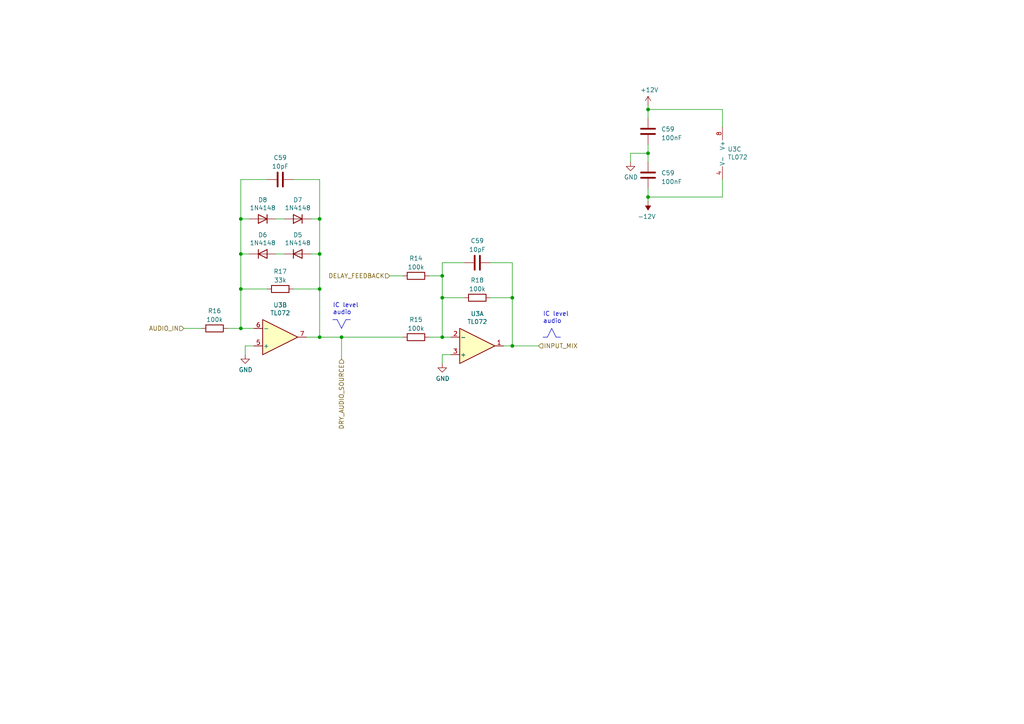
<source format=kicad_sch>
(kicad_sch (version 20230121) (generator eeschema)
  (paper "A4")
  (title_block (date "2022-03-04") (rev "v05") (comment 2 "creativecommons.org/licenses/by/4.0/") (comment 3 "License: CC BY 4.0") (comment 4 "Author: Guy John"))
  (lib_symbols
    (symbol "Amplifier_Operational:TL072" (pin_names (offset 0.127))
      (property "Reference" "U" (at 0 5.08 0))
      (property "Value" "TL072" (at 0 -5.08 0))
      (symbol "TL072_1_1"
        (polyline (pts (xy -5.08 5.08) (xy 5.08 0) (xy -5.08 -5.08) (xy -5.08 5.08)) (stroke (width 0.254)) (fill (type background)))
        (pin output line (at 7.62 0 180) (length 2.54) (name "~") (number "1"))
        (pin input line (at -7.62 -2.54 0) (length 2.54) (name "-") (number "2"))
        (pin input line (at -7.62 2.54 0) (length 2.54) (name "+") (number "3"))
      )
      (symbol "TL072_2_1"
        (polyline (pts (xy -5.08 5.08) (xy 5.08 0) (xy -5.08 -5.08) (xy -5.08 5.08)) (stroke (width 0.254)) (fill (type background)))
        (pin input line (at -7.62 2.54 0) (length 2.54) (name "+") (number "5"))
        (pin input line (at -7.62 -2.54 0) (length 2.54) (name "-") (number "6"))
        (pin output line (at 7.62 0 180) (length 2.54) (name "~") (number "7"))
      )
      (symbol "TL072_3_1"
        (pin power_in line (at -2.54 -7.62 90) (length 3.81) (name "V-") (number "4"))
        (pin power_in line (at -2.54 7.62 270) (length 3.81) (name "V+") (number "8"))
      )
    )
    (symbol "Device:D" (pin_numbers hide) (pin_names (offset 1.016) hide)
      (property "Reference" "D" (at 0 2.54 0))
      (property "Value" "D" (at 0 -2.54 0))
      (symbol "D_0_1"
        (polyline (pts (xy -1.27 1.27) (xy -1.27 -1.27)) (stroke (width 0.254)))
        (polyline (pts (xy 1.27 0) (xy -1.27 0)))
        (polyline (pts (xy 1.27 1.27) (xy 1.27 -1.27) (xy -1.27 0) (xy 1.27 1.27)) (stroke (width 0.254)))
      )
      (symbol "D_1_1"
        (pin passive line (at -3.81 0 0) (length 2.54) (name "K") (number "1"))
        (pin passive line (at 3.81 0 180) (length 2.54) (name "A") (number "2"))
      )
    )
    (symbol "Rumblesan Standard Parts:C" (pin_numbers hide) (pin_names (offset 0.254) hide)
      (property "Reference" "C?" (at -6.35 0 90))
      (property "Value" "C" (at -3.81 0 90))
      (symbol "C_0_1"
        (polyline (pts (xy -2.032 -0.762) (xy 2.032 -0.762)) (stroke (width 0.508)))
        (polyline (pts (xy -2.032 0.762) (xy 2.032 0.762)) (stroke (width 0.508)))
      )
      (symbol "C_1_1"
        (pin passive line (at 0 3.81 270) (length 2.794) (name "~") (number "1"))
        (pin passive line (at 0 -3.81 90) (length 2.794) (name "~") (number "2"))
      )
    )
    (symbol "Rumblesan Standard Parts:R" (pin_numbers hide) (pin_names (offset 0))
      (property "Reference" "R?" (at -5.08 0 90))
      (property "Value" "R" (at -2.54 0 90))
      (symbol "R_0_1"
        (rectangle (start 1.016 2.54) (end -1.016 -2.54) (stroke (width 0.254)))
      )
      (symbol "R_1_1"
        (pin passive line (at 0 -3.81 90) (length 1.27) (name "~") (number "1"))
        (pin passive line (at 0 3.81 270) (length 1.27) (name "~") (number "2"))
      )
    )
    (symbol "power:+12V" (power) (pin_names (offset 0))
      (property "Value" "+12V" (at 0 3.556 0))
      (symbol "+12V_0_1"
        (polyline (pts (xy -0.762 1.27) (xy 0 2.54)))
        (polyline (pts (xy 0 0) (xy 0 2.54)))
        (polyline (pts (xy 0 2.54) (xy 0.762 1.27)))
      )
      (symbol "+12V_1_1"
        (pin power_in line (at 0 0 90) (length 0) hide (name "+12V") (number "1"))
      )
    )
    (symbol "power:-12V" (power) (pin_names (offset 0))
      (property "Value" "-12V" (at 0 3.81 0))
      (symbol "-12V_0_0"
        (pin power_in line (at 0 0 90) (length 0) hide (name "-12V") (number "1"))
      )
      (symbol "-12V_0_1"
        (polyline (pts (xy 0 0) (xy 0 1.27) (xy 0.762 1.27) (xy 0 2.54) (xy -0.762 1.27) (xy 0 1.27)) (fill (type outline)))
      )
    )
    (symbol "power:GND" (power) (pin_names (offset 0))
      (property "Value" "GND" (at 0 -3.81 0))
      (symbol "GND_0_1"
        (polyline (pts (xy 0 0) (xy 0 -1.27) (xy 1.27 -1.27) (xy 0 -2.54) (xy -1.27 -1.27) (xy 0 -1.27)))
      )
      (symbol "GND_1_1"
        (pin power_in line (at 0 0 270) (length 0) hide (name "GND") (number "1"))
      )
    )
  )
  (junction (at 187.96 57.15))
  (junction (at 99.06 97.79))
  (junction (at 128.27 97.79))
  (junction (at 148.59 100.33))
  (junction (at 69.85 73.66))
  (junction (at 92.71 73.66))
  (junction (at 92.71 97.79))
  (junction (at 92.71 63.5))
  (junction (at 92.71 83.82))
  (junction (at 69.85 95.25))
  (junction (at 187.96 31.75))
  (junction (at 69.85 83.82))
  (junction (at 148.59 86.36))
  (junction (at 128.27 86.36))
  (junction (at 69.85 63.5))
  (junction (at 128.27 80.01))
  (junction (at 187.96 44.45))
  (wire (pts (xy 128.27 97.79) (xy 128.27 86.36)))
  (wire (pts (xy 182.88 44.45) (xy 182.88 46.99)))
  (wire (pts (xy 92.71 52.07) (xy 92.71 63.5)))
  (wire (pts (xy 69.85 63.5) (xy 72.39 63.5)))
  (wire (pts (xy 187.96 44.45) (xy 187.96 46.99)))
  (wire (pts (xy 128.27 97.79) (xy 130.81 97.79)))
  (wire (pts (xy 90.17 63.5) (xy 92.71 63.5)))
  (wire (pts (xy 187.96 41.91) (xy 187.96 44.45)))
  (wire (pts (xy 71.12 100.33) (xy 71.12 102.87)))
  (wire (pts (xy 69.85 83.82) (xy 69.85 95.25)))
  (wire (pts (xy 92.71 97.79) (xy 99.06 97.79)))
  (polyline (pts (xy 99.06 95.25) (xy 97.79 92.71)))
  (wire (pts (xy 187.96 57.15) (xy 187.96 54.61)))
  (wire (pts (xy 69.85 52.07) (xy 69.85 63.5)))
  (polyline (pts (xy 97.79 92.71) (xy 96.52 92.71)))
  (wire (pts (xy 92.71 63.5) (xy 92.71 73.66)))
  (wire (pts (xy 77.47 83.82) (xy 69.85 83.82)))
  (wire (pts (xy 128.27 102.87) (xy 128.27 105.41)))
  (wire (pts (xy 187.96 31.75) (xy 187.96 34.29)))
  (wire (pts (xy 128.27 80.01) (xy 128.27 76.2)))
  (wire (pts (xy 99.06 97.79) (xy 116.84 97.79)))
  (wire (pts (xy 90.17 73.66) (xy 92.71 73.66)))
  (wire (pts (xy 148.59 76.2) (xy 148.59 86.36)))
  (polyline (pts (xy 157.48 97.79) (xy 158.75 97.79)))
  (wire (pts (xy 148.59 100.33) (xy 156.21 100.33)))
  (polyline (pts (xy 160.02 95.25) (xy 161.29 97.79)))
  (wire (pts (xy 187.96 31.75) (xy 209.55 31.75)))
  (wire (pts (xy 69.85 73.66) (xy 69.85 83.82)))
  (wire (pts (xy 146.05 100.33) (xy 148.59 100.33)))
  (wire (pts (xy 148.59 86.36) (xy 142.24 86.36)))
  (wire (pts (xy 113.03 80.01) (xy 116.84 80.01)))
  (wire (pts (xy 53.34 95.25) (xy 58.42 95.25)))
  (polyline (pts (xy 101.6 92.71) (xy 100.33 92.71)))
  (wire (pts (xy 187.96 44.45) (xy 182.88 44.45)))
  (polyline (pts (xy 158.75 97.79) (xy 160.02 95.25)))
  (wire (pts (xy 92.71 73.66) (xy 92.71 83.82)))
  (wire (pts (xy 148.59 100.33) (xy 148.59 86.36)))
  (wire (pts (xy 92.71 83.82) (xy 92.71 97.79)))
  (wire (pts (xy 130.81 102.87) (xy 128.27 102.87)))
  (wire (pts (xy 69.85 63.5) (xy 69.85 73.66)))
  (wire (pts (xy 187.96 58.42) (xy 187.96 57.15)))
  (wire (pts (xy 73.66 100.33) (xy 71.12 100.33)))
  (wire (pts (xy 69.85 95.25) (xy 73.66 95.25)))
  (wire (pts (xy 209.55 31.75) (xy 209.55 36.83)))
  (polyline (pts (xy 161.29 97.79) (xy 162.56 97.79)))
  (wire (pts (xy 88.9 97.79) (xy 92.71 97.79)))
  (wire (pts (xy 209.55 57.15) (xy 209.55 52.07)))
  (wire (pts (xy 128.27 86.36) (xy 128.27 80.01)))
  (wire (pts (xy 85.09 83.82) (xy 92.71 83.82)))
  (wire (pts (xy 187.96 31.75) (xy 187.96 30.48)))
  (polyline (pts (xy 100.33 92.71) (xy 99.06 95.25)))
  (wire (pts (xy 124.46 97.79) (xy 128.27 97.79)))
  (wire (pts (xy 128.27 80.01) (xy 124.46 80.01)))
  (wire (pts (xy 72.39 73.66) (xy 69.85 73.66)))
  (wire (pts (xy 85.09 52.07) (xy 92.71 52.07)))
  (wire (pts (xy 80.01 63.5) (xy 82.55 63.5)))
  (wire (pts (xy 66.04 95.25) (xy 69.85 95.25)))
  (wire (pts (xy 128.27 76.2) (xy 134.62 76.2)))
  (wire (pts (xy 77.47 52.07) (xy 69.85 52.07)))
  (wire (pts (xy 142.24 76.2) (xy 148.59 76.2)))
  (wire (pts (xy 80.01 73.66) (xy 82.55 73.66)))
  (wire (pts (xy 128.27 86.36) (xy 134.62 86.36)))
  (wire (pts (xy 187.96 57.15) (xy 209.55 57.15)))
  (wire (pts (xy 99.06 104.14) (xy 99.06 97.79)))
  (text "IC level\naudio" (at 96.52 91.44 0) (effects (font (size 1.27 1.27)) (justify left bottom)))
  (text "IC level\naudio" (at 157.48 93.98 0) (effects (font (size 1.27 1.27)) (justify left bottom)))
  (hierarchical_label "INPUT_MIX" (shape input) (at 156.21 100.33 0))
  (hierarchical_label "DELAY_FEEDBACK" (shape input) (at 113.03 80.01 180))
  (hierarchical_label "DRY_AUDIO_SOURCE" (shape input) (at 99.06 104.14 270))
  (hierarchical_label "AUDIO_IN" (shape input) (at 53.34 95.25 180))
  (symbol (lib_id "Amplifier_Operational:TL072") (at 138.43 100.33 0) (mirror x) (unit 1)
    (property "Reference" "U3" (at 138.43 91.0082 0))
    (property "Value" "TL072" (at 138.43 93.3196 0))
    (property "Footprint" "Package_DIP:DIP-8_W7.62mm_Socket" (effects hide))
    (property "Datasheet" "http://www.ti.com/lit/ds/symlink/tl071.pdf" (effects hide))
  )
  (symbol (lib_id "Device:D") (at 76.2 73.66 0) (unit 1)
    (property "Reference" "D6" (at 76.2 68.1482 0))
    (property "Value" "1N4148" (at 76.2 70.4596 0))
    (property "Footprint" "Rumblesan_Standard_Parts:D_DO-35_SOD27_P7.62mm_Horizontal" (effects hide))
    (property "Sim.Device" "D" (effects hide))
    (property "Sim.Pins" "1=K 2=A" (effects hide))
  )
  (symbol (lib_id "Device:D") (at 86.36 73.66 0) (unit 1)
    (property "Reference" "D5" (at 86.36 68.1482 0))
    (property "Value" "1N4148" (at 86.36 70.4596 0))
    (property "Footprint" "Rumblesan_Standard_Parts:D_DO-35_SOD27_P7.62mm_Horizontal" (effects hide))
    (property "Sim.Device" "D" (effects hide))
    (property "Sim.Pins" "1=K 2=A" (effects hide))
  )
  (symbol (lib_id "Device:D") (at 76.2 63.5 180) (unit 1)
    (property "Reference" "D8" (at 76.2 57.9882 0))
    (property "Value" "1N4148" (at 76.2 60.2996 0))
    (property "Footprint" "Rumblesan_Standard_Parts:D_DO-35_SOD27_P7.62mm_Horizontal" (effects hide))
    (property "Sim.Device" "D" (effects hide))
    (property "Sim.Pins" "1=K 2=A" (effects hide))
  )
  (symbol (lib_id "Device:D") (at 86.36 63.5 180) (unit 1)
    (property "Reference" "D7" (at 86.36 57.9882 0))
    (property "Value" "1N4148" (at 86.36 60.2996 0))
    (property "Footprint" "Rumblesan_Standard_Parts:D_DO-35_SOD27_P7.62mm_Horizontal" (effects hide))
    (property "Sim.Device" "D" (effects hide))
    (property "Sim.Pins" "1=K 2=A" (effects hide))
  )
  (symbol (lib_id "Amplifier_Operational:TL072") (at 81.28 97.79 0) (mirror x) (unit 2)
    (property "Reference" "U3" (at 81.28 88.4682 0))
    (property "Value" "TL072" (at 81.28 90.7796 0))
    (property "Footprint" "Package_DIP:DIP-8_W7.62mm_Socket" (effects hide))
    (property "Datasheet" "http://www.ti.com/lit/ds/symlink/tl071.pdf" (effects hide))
  )
  (symbol (lib_id "Amplifier_Operational:TL072") (at 212.09 44.45 0) (unit 3)
    (property "Reference" "U3" (at 211.0232 43.2816 0) (effects (justify left)))
    (property "Value" "TL072" (at 211.0232 45.593 0) (effects (justify left)))
    (property "Footprint" "Package_DIP:DIP-8_W7.62mm_Socket" (effects hide))
    (property "Datasheet" "http://www.ti.com/lit/ds/symlink/tl071.pdf" (effects hide))
  )
  (symbol (lib_id "power:-12V") (at 187.96 58.42 180) (unit 1)
    (property "Reference" "#PWR0156" (effects hide))
    (property "Value" "-12V" (at 187.579 62.8142 0))
  )
  (symbol (lib_id "Rumblesan Standard Parts:C") (at 81.28 52.07 270) (unit 1)
    (property "Reference" "C59" (at 81.28 45.72 90))
    (property "Value" "10pF" (at 81.28 48.26 90))
    (property "Footprint" "Rumblesan_Standard_Parts:C_Rect_L7.0mm_W3.5mm_P5.00mm" (effects hide))
    (property "Spec" "ceramic C0G" (effects hide))
    (property "Tolerance" "5%" (effects hide))
    (instances (project "dual-digi-delay" (path "" (reference "C59") (unit 1)) (path "" (reference "C9") (unit 1))))
  )
  (symbol (lib_id "power:GND") (at 128.27 105.41 0) (unit 1)
    (property "Reference" "#PWR0159" (effects hide))
    (property "Value" "GND" (at 128.397 109.8042 0))
  )
  (symbol (lib_id "power:GND") (at 71.12 102.87 0) (unit 1)
    (property "Reference" "#PWR0160" (effects hide))
    (property "Value" "GND" (at 71.247 107.2642 0))
  )
  (symbol (lib_id "Rumblesan Standard Parts:R") (at 120.65 80.01 90) (unit 1)
    (property "Reference" "R14" (at 120.65 74.93 90))
    (property "Value" "100k" (at 120.65 77.47 90))
    (property "Footprint" "Rumblesan_Standard_Parts:R_Axial_DIN0207_L6.3mm_D2.5mm_P10.16mm_Horizontal" (effects hide))
    (property "Tolerance" "1%" (effects hide))
    (property "Power" "0.5W" (effects hide))
    (property "Spec" "metal film" (effects hide))
  )
  (symbol (lib_id "Rumblesan Standard Parts:C") (at 187.96 50.8 180) (unit 1)
    (property "Reference" "C59" (at 191.77 50.165 0) (effects (justify right)))
    (property "Value" "100nF" (at 191.77 52.705 0) (effects (justify right)))
    (property "Footprint" "Rumblesan_Standard_Parts:C_Rect_L7.0mm_W3.5mm_P5.00mm" (effects hide))
    (property "Spec" "ceramic X7R" (effects hide))
    (property "Tolerance" "5%" (effects hide))
    (instances (project "dual-digi-delay" (path "" (reference "C59") (unit 1)) (path "" (reference "C10") (unit 1))))
  )
  (symbol (lib_id "power:+12V") (at 187.96 30.48 0) (unit 1)
    (property "Reference" "#PWR0158" (effects hide))
    (property "Value" "+12V" (at 188.341 26.0858 0))
  )
  (symbol (lib_id "Rumblesan Standard Parts:C") (at 187.96 38.1 180) (unit 1)
    (property "Reference" "C59" (at 191.77 37.465 0) (effects (justify right)))
    (property "Value" "100nF" (at 191.77 40.005 0) (effects (justify right)))
    (property "Footprint" "Rumblesan_Standard_Parts:C_Rect_L7.0mm_W3.5mm_P5.00mm" (effects hide))
    (property "Spec" "ceramic X7R" (effects hide))
    (property "Tolerance" "5%" (effects hide))
    (instances (project "dual-digi-delay" (path "" (reference "C59") (unit 1)) (path "" (reference "C12") (unit 1))))
  )
  (symbol (lib_id "Rumblesan Standard Parts:R") (at 120.65 97.79 90) (unit 1)
    (property "Reference" "R15" (at 120.65 92.71 90))
    (property "Value" "100k" (at 120.65 95.25 90))
    (property "Footprint" "Rumblesan_Standard_Parts:R_Axial_DIN0207_L6.3mm_D2.5mm_P10.16mm_Horizontal" (effects hide))
    (property "Tolerance" "1%" (effects hide))
    (property "Power" "0.5W" (effects hide))
    (property "Spec" "metal film" (effects hide))
  )
  (symbol (lib_id "Rumblesan Standard Parts:C") (at 138.43 76.2 270) (unit 1)
    (property "Reference" "C59" (at 138.43 69.85 90))
    (property "Value" "10pF" (at 138.43 72.39 90))
    (property "Footprint" "Rumblesan_Standard_Parts:C_Rect_L7.0mm_W3.5mm_P5.00mm" (effects hide))
    (property "Spec" "ceramic C0G" (effects hide))
    (property "Tolerance" "5%" (effects hide))
    (instances (project "dual-digi-delay" (path "" (reference "C59") (unit 1)) (path "" (reference "C11") (unit 1))))
  )
  (symbol (lib_id "Rumblesan Standard Parts:R") (at 138.43 86.36 90) (unit 1)
    (property "Reference" "R18" (at 138.43 81.28 90))
    (property "Value" "100k" (at 138.43 83.82 90))
    (property "Footprint" "Rumblesan_Standard_Parts:R_Axial_DIN0207_L6.3mm_D2.5mm_P10.16mm_Horizontal" (effects hide))
    (property "Tolerance" "1%" (effects hide))
    (property "Power" "0.5W" (effects hide))
    (property "Spec" "metal film" (effects hide))
  )
  (symbol (lib_id "Rumblesan Standard Parts:R") (at 81.28 83.82 90) (unit 1)
    (property "Reference" "R17" (at 81.28 78.74 90))
    (property "Value" "33k" (at 81.28 81.28 90))
    (property "Footprint" "Rumblesan_Standard_Parts:R_Axial_DIN0207_L6.3mm_D2.5mm_P10.16mm_Horizontal" (effects hide))
    (property "Tolerance" "1%" (effects hide))
    (property "Power" "0.5W" (effects hide))
    (property "Spec" "metal film" (effects hide))
  )
  (symbol (lib_id "power:GND") (at 182.88 46.99 0) (unit 1)
    (property "Reference" "#PWR0157" (effects hide))
    (property "Value" "GND" (at 183.007 51.3842 0))
  )
  (symbol (lib_id "Rumblesan Standard Parts:R") (at 62.23 95.25 90) (unit 1)
    (property "Reference" "R16" (at 62.23 90.17 90))
    (property "Value" "100k" (at 62.23 92.71 90))
    (property "Footprint" "Rumblesan_Standard_Parts:R_Axial_DIN0207_L6.3mm_D2.5mm_P10.16mm_Horizontal" (effects hide))
    (property "Tolerance" "1%" (effects hide))
    (property "Power" "0.5W" (effects hide))
    (property "Spec" "metal film" (effects hide))
  )
)
</source>
